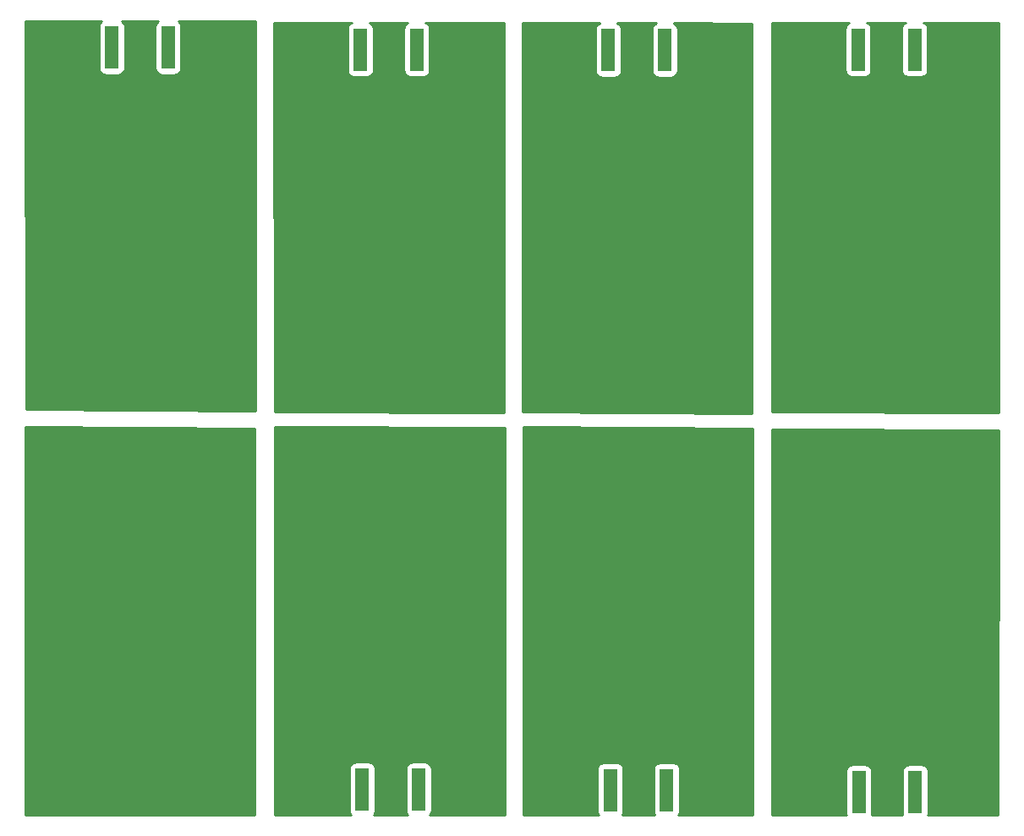
<source format=gbr>
%TF.GenerationSoftware,KiCad,Pcbnew,(5.1.8)-1*%
%TF.CreationDate,2020-12-04T16:42:46+03:00*%
%TF.ProjectId,Antenna,416e7465-6e6e-4612-9e6b-696361645f70,rev?*%
%TF.SameCoordinates,Original*%
%TF.FileFunction,Copper,L2,Bot*%
%TF.FilePolarity,Positive*%
%FSLAX46Y46*%
G04 Gerber Fmt 4.6, Leading zero omitted, Abs format (unit mm)*
G04 Created by KiCad (PCBNEW (5.1.8)-1) date 2020-12-04 16:42:46*
%MOMM*%
%LPD*%
G01*
G04 APERTURE LIST*
%TA.AperFunction,SMDPad,CuDef*%
%ADD10R,1.350000X4.200000*%
%TD*%
%TA.AperFunction,Conductor*%
%ADD11C,0.254000*%
%TD*%
%TA.AperFunction,Conductor*%
%ADD12C,0.100000*%
%TD*%
%TA.AperFunction,NonConductor*%
%ADD13C,0.254000*%
%TD*%
%TA.AperFunction,NonConductor*%
%ADD14C,0.100000*%
%TD*%
G04 APERTURE END LIST*
D10*
%TO.P,J101,2*%
%TO.N,N/C*%
X146081000Y-42227500D03*
X140431000Y-42227500D03*
%TD*%
%TO.P,J101,2*%
%TO.N,N/C*%
X220820500Y-42418000D03*
X215170500Y-42418000D03*
%TD*%
%TO.P,J101,2*%
%TO.N,N/C*%
X170973000Y-42418000D03*
X165323000Y-42418000D03*
%TD*%
%TO.P,J101,2*%
%TO.N,N/C*%
X190151500Y-42481500D03*
X195801500Y-42481500D03*
%TD*%
%TO.P,J101,2*%
%TO.N,N/C*%
X220884000Y-116776500D03*
X215234000Y-116776500D03*
%TD*%
%TO.P,J101,2*%
%TO.N,N/C*%
X195992000Y-116586000D03*
X190342000Y-116586000D03*
%TD*%
%TO.P,J101,2*%
%TO.N,N/C*%
X165513500Y-116522500D03*
X171163500Y-116522500D03*
%TD*%
%TO.P,J101,2*%
%TO.N,Earth*%
X146144500Y-116586000D03*
X140494500Y-116586000D03*
%TD*%
D11*
%TO.N,Earth*%
X154741948Y-80350708D02*
X154756968Y-119076000D01*
X131812500Y-119076000D01*
X131812500Y-80241033D01*
X154741948Y-80350708D01*
%TA.AperFunction,Conductor*%
D12*
G36*
X154741948Y-80350708D02*
G01*
X154756968Y-119076000D01*
X131812500Y-119076000D01*
X131812500Y-80241033D01*
X154741948Y-80350708D01*
G37*
%TD.AperFunction*%
%TD*%
D13*
X179760948Y-80287208D02*
X179775993Y-119076000D01*
X172286864Y-119076000D01*
X172289685Y-119073685D01*
X172369037Y-118976994D01*
X172428002Y-118866680D01*
X172464312Y-118746982D01*
X172476572Y-118622500D01*
X172476572Y-114422500D01*
X172464312Y-114298018D01*
X172428002Y-114178320D01*
X172369037Y-114068006D01*
X172289685Y-113971315D01*
X172192994Y-113891963D01*
X172082680Y-113832998D01*
X171962982Y-113796688D01*
X171838500Y-113784428D01*
X170488500Y-113784428D01*
X170364018Y-113796688D01*
X170244320Y-113832998D01*
X170134006Y-113891963D01*
X170037315Y-113971315D01*
X169957963Y-114068006D01*
X169898998Y-114178320D01*
X169862688Y-114298018D01*
X169850428Y-114422500D01*
X169850428Y-118622500D01*
X169862688Y-118746982D01*
X169898998Y-118866680D01*
X169957963Y-118976994D01*
X170037315Y-119073685D01*
X170040136Y-119076000D01*
X166636864Y-119076000D01*
X166639685Y-119073685D01*
X166719037Y-118976994D01*
X166778002Y-118866680D01*
X166814312Y-118746982D01*
X166826572Y-118622500D01*
X166826572Y-114422500D01*
X166814312Y-114298018D01*
X166778002Y-114178320D01*
X166719037Y-114068006D01*
X166639685Y-113971315D01*
X166542994Y-113891963D01*
X166432680Y-113832998D01*
X166312982Y-113796688D01*
X166188500Y-113784428D01*
X164838500Y-113784428D01*
X164714018Y-113796688D01*
X164594320Y-113832998D01*
X164484006Y-113891963D01*
X164387315Y-113971315D01*
X164307963Y-114068006D01*
X164248998Y-114178320D01*
X164212688Y-114298018D01*
X164200428Y-114422500D01*
X164200428Y-118622500D01*
X164212688Y-118746982D01*
X164248998Y-118866680D01*
X164307963Y-118976994D01*
X164387315Y-119073685D01*
X164390136Y-119076000D01*
X156780836Y-119076000D01*
X156782169Y-80177297D01*
X179760948Y-80287208D01*
%TA.AperFunction,NonConductor*%
D14*
G36*
X179760948Y-80287208D02*
G01*
X179775993Y-119076000D01*
X172286864Y-119076000D01*
X172289685Y-119073685D01*
X172369037Y-118976994D01*
X172428002Y-118866680D01*
X172464312Y-118746982D01*
X172476572Y-118622500D01*
X172476572Y-114422500D01*
X172464312Y-114298018D01*
X172428002Y-114178320D01*
X172369037Y-114068006D01*
X172289685Y-113971315D01*
X172192994Y-113891963D01*
X172082680Y-113832998D01*
X171962982Y-113796688D01*
X171838500Y-113784428D01*
X170488500Y-113784428D01*
X170364018Y-113796688D01*
X170244320Y-113832998D01*
X170134006Y-113891963D01*
X170037315Y-113971315D01*
X169957963Y-114068006D01*
X169898998Y-114178320D01*
X169862688Y-114298018D01*
X169850428Y-114422500D01*
X169850428Y-118622500D01*
X169862688Y-118746982D01*
X169898998Y-118866680D01*
X169957963Y-118976994D01*
X170037315Y-119073685D01*
X170040136Y-119076000D01*
X166636864Y-119076000D01*
X166639685Y-119073685D01*
X166719037Y-118976994D01*
X166778002Y-118866680D01*
X166814312Y-118746982D01*
X166826572Y-118622500D01*
X166826572Y-114422500D01*
X166814312Y-114298018D01*
X166778002Y-114178320D01*
X166719037Y-114068006D01*
X166639685Y-113971315D01*
X166542994Y-113891963D01*
X166432680Y-113832998D01*
X166312982Y-113796688D01*
X166188500Y-113784428D01*
X164838500Y-113784428D01*
X164714018Y-113796688D01*
X164594320Y-113832998D01*
X164484006Y-113891963D01*
X164387315Y-113971315D01*
X164307963Y-114068006D01*
X164248998Y-114178320D01*
X164212688Y-114298018D01*
X164200428Y-114422500D01*
X164200428Y-118622500D01*
X164212688Y-118746982D01*
X164248998Y-118866680D01*
X164307963Y-118976994D01*
X164387315Y-119073685D01*
X164390136Y-119076000D01*
X156780836Y-119076000D01*
X156782169Y-80177297D01*
X179760948Y-80287208D01*
G37*
%TD.AperFunction*%
D13*
X204589448Y-80350708D02*
X204604468Y-119076000D01*
X197168398Y-119076000D01*
X197197537Y-119040494D01*
X197256502Y-118930180D01*
X197292812Y-118810482D01*
X197305072Y-118686000D01*
X197305072Y-114486000D01*
X197292812Y-114361518D01*
X197256502Y-114241820D01*
X197197537Y-114131506D01*
X197118185Y-114034815D01*
X197021494Y-113955463D01*
X196911180Y-113896498D01*
X196791482Y-113860188D01*
X196667000Y-113847928D01*
X195317000Y-113847928D01*
X195192518Y-113860188D01*
X195072820Y-113896498D01*
X194962506Y-113955463D01*
X194865815Y-114034815D01*
X194786463Y-114131506D01*
X194727498Y-114241820D01*
X194691188Y-114361518D01*
X194678928Y-114486000D01*
X194678928Y-118686000D01*
X194691188Y-118810482D01*
X194727498Y-118930180D01*
X194786463Y-119040494D01*
X194815602Y-119076000D01*
X191518398Y-119076000D01*
X191547537Y-119040494D01*
X191606502Y-118930180D01*
X191642812Y-118810482D01*
X191655072Y-118686000D01*
X191655072Y-114486000D01*
X191642812Y-114361518D01*
X191606502Y-114241820D01*
X191547537Y-114131506D01*
X191468185Y-114034815D01*
X191371494Y-113955463D01*
X191261180Y-113896498D01*
X191141482Y-113860188D01*
X191017000Y-113847928D01*
X189667000Y-113847928D01*
X189542518Y-113860188D01*
X189422820Y-113896498D01*
X189312506Y-113955463D01*
X189215815Y-114034815D01*
X189136463Y-114131506D01*
X189077498Y-114241820D01*
X189041188Y-114361518D01*
X189028928Y-114486000D01*
X189028928Y-118686000D01*
X189041188Y-118810482D01*
X189077498Y-118930180D01*
X189136463Y-119040494D01*
X189165602Y-119076000D01*
X181609338Y-119076000D01*
X181610669Y-80240797D01*
X204589448Y-80350708D01*
%TA.AperFunction,NonConductor*%
D14*
G36*
X204589448Y-80350708D02*
G01*
X204604468Y-119076000D01*
X197168398Y-119076000D01*
X197197537Y-119040494D01*
X197256502Y-118930180D01*
X197292812Y-118810482D01*
X197305072Y-118686000D01*
X197305072Y-114486000D01*
X197292812Y-114361518D01*
X197256502Y-114241820D01*
X197197537Y-114131506D01*
X197118185Y-114034815D01*
X197021494Y-113955463D01*
X196911180Y-113896498D01*
X196791482Y-113860188D01*
X196667000Y-113847928D01*
X195317000Y-113847928D01*
X195192518Y-113860188D01*
X195072820Y-113896498D01*
X194962506Y-113955463D01*
X194865815Y-114034815D01*
X194786463Y-114131506D01*
X194727498Y-114241820D01*
X194691188Y-114361518D01*
X194678928Y-114486000D01*
X194678928Y-118686000D01*
X194691188Y-118810482D01*
X194727498Y-118930180D01*
X194786463Y-119040494D01*
X194815602Y-119076000D01*
X191518398Y-119076000D01*
X191547537Y-119040494D01*
X191606502Y-118930180D01*
X191642812Y-118810482D01*
X191655072Y-118686000D01*
X191655072Y-114486000D01*
X191642812Y-114361518D01*
X191606502Y-114241820D01*
X191547537Y-114131506D01*
X191468185Y-114034815D01*
X191371494Y-113955463D01*
X191261180Y-113896498D01*
X191141482Y-113860188D01*
X191017000Y-113847928D01*
X189667000Y-113847928D01*
X189542518Y-113860188D01*
X189422820Y-113896498D01*
X189312506Y-113955463D01*
X189215815Y-114034815D01*
X189136463Y-114131506D01*
X189077498Y-114241820D01*
X189041188Y-114361518D01*
X189028928Y-114486000D01*
X189028928Y-118686000D01*
X189041188Y-118810482D01*
X189077498Y-118930180D01*
X189136463Y-119040494D01*
X189165602Y-119076000D01*
X181609338Y-119076000D01*
X181610669Y-80240797D01*
X204589448Y-80350708D01*
G37*
%TD.AperFunction*%
D13*
X229215762Y-80539937D02*
X229185537Y-119076000D01*
X222162056Y-119076000D01*
X222184812Y-119000982D01*
X222197072Y-118876500D01*
X222197072Y-114676500D01*
X222184812Y-114552018D01*
X222148502Y-114432320D01*
X222089537Y-114322006D01*
X222010185Y-114225315D01*
X221913494Y-114145963D01*
X221803180Y-114086998D01*
X221683482Y-114050688D01*
X221559000Y-114038428D01*
X220209000Y-114038428D01*
X220084518Y-114050688D01*
X219964820Y-114086998D01*
X219854506Y-114145963D01*
X219757815Y-114225315D01*
X219678463Y-114322006D01*
X219619498Y-114432320D01*
X219583188Y-114552018D01*
X219570928Y-114676500D01*
X219570928Y-118876500D01*
X219583188Y-119000982D01*
X219605944Y-119076000D01*
X216512056Y-119076000D01*
X216534812Y-119000982D01*
X216547072Y-118876500D01*
X216547072Y-114676500D01*
X216534812Y-114552018D01*
X216498502Y-114432320D01*
X216439537Y-114322006D01*
X216360185Y-114225315D01*
X216263494Y-114145963D01*
X216153180Y-114086998D01*
X216033482Y-114050688D01*
X215909000Y-114038428D01*
X214559000Y-114038428D01*
X214434518Y-114050688D01*
X214314820Y-114086998D01*
X214204506Y-114145963D01*
X214107815Y-114225315D01*
X214028463Y-114322006D01*
X213969498Y-114432320D01*
X213933188Y-114552018D01*
X213920928Y-114676500D01*
X213920928Y-118876500D01*
X213933188Y-119000982D01*
X213955944Y-119076000D01*
X206501344Y-119076000D01*
X206502669Y-80431297D01*
X229215762Y-80539937D01*
%TA.AperFunction,NonConductor*%
D14*
G36*
X229215762Y-80539937D02*
G01*
X229185537Y-119076000D01*
X222162056Y-119076000D01*
X222184812Y-119000982D01*
X222197072Y-118876500D01*
X222197072Y-114676500D01*
X222184812Y-114552018D01*
X222148502Y-114432320D01*
X222089537Y-114322006D01*
X222010185Y-114225315D01*
X221913494Y-114145963D01*
X221803180Y-114086998D01*
X221683482Y-114050688D01*
X221559000Y-114038428D01*
X220209000Y-114038428D01*
X220084518Y-114050688D01*
X219964820Y-114086998D01*
X219854506Y-114145963D01*
X219757815Y-114225315D01*
X219678463Y-114322006D01*
X219619498Y-114432320D01*
X219583188Y-114552018D01*
X219570928Y-114676500D01*
X219570928Y-118876500D01*
X219583188Y-119000982D01*
X219605944Y-119076000D01*
X216512056Y-119076000D01*
X216534812Y-119000982D01*
X216547072Y-118876500D01*
X216547072Y-114676500D01*
X216534812Y-114552018D01*
X216498502Y-114432320D01*
X216439537Y-114322006D01*
X216360185Y-114225315D01*
X216263494Y-114145963D01*
X216153180Y-114086998D01*
X216033482Y-114050688D01*
X215909000Y-114038428D01*
X214559000Y-114038428D01*
X214434518Y-114050688D01*
X214314820Y-114086998D01*
X214204506Y-114145963D01*
X214107815Y-114225315D01*
X214028463Y-114322006D01*
X213969498Y-114432320D01*
X213933188Y-114552018D01*
X213920928Y-114676500D01*
X213920928Y-118876500D01*
X213933188Y-119000982D01*
X213955944Y-119076000D01*
X206501344Y-119076000D01*
X206502669Y-80431297D01*
X229215762Y-80539937D01*
G37*
%TD.AperFunction*%
D13*
X189271283Y-39780179D02*
X189232320Y-39791998D01*
X189122006Y-39850963D01*
X189025315Y-39930315D01*
X188945963Y-40027006D01*
X188886998Y-40137320D01*
X188850688Y-40257018D01*
X188838428Y-40381500D01*
X188838428Y-44581500D01*
X188850688Y-44705982D01*
X188886998Y-44825680D01*
X188945963Y-44935994D01*
X189025315Y-45032685D01*
X189122006Y-45112037D01*
X189232320Y-45171002D01*
X189352018Y-45207312D01*
X189476500Y-45219572D01*
X190826500Y-45219572D01*
X190950982Y-45207312D01*
X191070680Y-45171002D01*
X191180994Y-45112037D01*
X191277685Y-45032685D01*
X191357037Y-44935994D01*
X191416002Y-44825680D01*
X191452312Y-44705982D01*
X191464572Y-44581500D01*
X191464572Y-40381500D01*
X191452312Y-40257018D01*
X191416002Y-40137320D01*
X191357037Y-40027006D01*
X191277685Y-39930315D01*
X191180994Y-39850963D01*
X191070680Y-39791998D01*
X191035688Y-39781383D01*
X194908595Y-39784028D01*
X194882320Y-39791998D01*
X194772006Y-39850963D01*
X194675315Y-39930315D01*
X194595963Y-40027006D01*
X194536998Y-40137320D01*
X194500688Y-40257018D01*
X194488428Y-40381500D01*
X194488428Y-44581500D01*
X194500688Y-44705982D01*
X194536998Y-44825680D01*
X194595963Y-44935994D01*
X194675315Y-45032685D01*
X194772006Y-45112037D01*
X194882320Y-45171002D01*
X195002018Y-45207312D01*
X195126500Y-45219572D01*
X196476500Y-45219572D01*
X196600982Y-45207312D01*
X196720680Y-45171002D01*
X196830994Y-45112037D01*
X196927685Y-45032685D01*
X197007037Y-44935994D01*
X197066002Y-44825680D01*
X197102312Y-44705982D01*
X197114572Y-44581500D01*
X197114572Y-40381500D01*
X197102312Y-40257018D01*
X197066002Y-40137320D01*
X197007037Y-40027006D01*
X196927685Y-39930315D01*
X196830994Y-39850963D01*
X196720680Y-39791998D01*
X196698434Y-39785250D01*
X204534169Y-39790600D01*
X204532831Y-78826703D01*
X181554052Y-78716792D01*
X181538948Y-39774899D01*
X189271283Y-39780179D01*
%TA.AperFunction,NonConductor*%
D14*
G36*
X189271283Y-39780179D02*
G01*
X189232320Y-39791998D01*
X189122006Y-39850963D01*
X189025315Y-39930315D01*
X188945963Y-40027006D01*
X188886998Y-40137320D01*
X188850688Y-40257018D01*
X188838428Y-40381500D01*
X188838428Y-44581500D01*
X188850688Y-44705982D01*
X188886998Y-44825680D01*
X188945963Y-44935994D01*
X189025315Y-45032685D01*
X189122006Y-45112037D01*
X189232320Y-45171002D01*
X189352018Y-45207312D01*
X189476500Y-45219572D01*
X190826500Y-45219572D01*
X190950982Y-45207312D01*
X191070680Y-45171002D01*
X191180994Y-45112037D01*
X191277685Y-45032685D01*
X191357037Y-44935994D01*
X191416002Y-44825680D01*
X191452312Y-44705982D01*
X191464572Y-44581500D01*
X191464572Y-40381500D01*
X191452312Y-40257018D01*
X191416002Y-40137320D01*
X191357037Y-40027006D01*
X191277685Y-39930315D01*
X191180994Y-39850963D01*
X191070680Y-39791998D01*
X191035688Y-39781383D01*
X194908595Y-39784028D01*
X194882320Y-39791998D01*
X194772006Y-39850963D01*
X194675315Y-39930315D01*
X194595963Y-40027006D01*
X194536998Y-40137320D01*
X194500688Y-40257018D01*
X194488428Y-40381500D01*
X194488428Y-44581500D01*
X194500688Y-44705982D01*
X194536998Y-44825680D01*
X194595963Y-44935994D01*
X194675315Y-45032685D01*
X194772006Y-45112037D01*
X194882320Y-45171002D01*
X195002018Y-45207312D01*
X195126500Y-45219572D01*
X196476500Y-45219572D01*
X196600982Y-45207312D01*
X196720680Y-45171002D01*
X196830994Y-45112037D01*
X196927685Y-45032685D01*
X197007037Y-44935994D01*
X197066002Y-44825680D01*
X197102312Y-44705982D01*
X197114572Y-44581500D01*
X197114572Y-40381500D01*
X197102312Y-40257018D01*
X197066002Y-40137320D01*
X197007037Y-40027006D01*
X196927685Y-39930315D01*
X196830994Y-39850963D01*
X196720680Y-39791998D01*
X196698434Y-39785250D01*
X204534169Y-39790600D01*
X204532831Y-78826703D01*
X181554052Y-78716792D01*
X181538948Y-39774899D01*
X189271283Y-39780179D01*
G37*
%TD.AperFunction*%
D13*
X214290283Y-39716679D02*
X214251320Y-39728498D01*
X214141006Y-39787463D01*
X214044315Y-39866815D01*
X213964963Y-39963506D01*
X213905998Y-40073820D01*
X213869688Y-40193518D01*
X213857428Y-40318000D01*
X213857428Y-44518000D01*
X213869688Y-44642482D01*
X213905998Y-44762180D01*
X213964963Y-44872494D01*
X214044315Y-44969185D01*
X214141006Y-45048537D01*
X214251320Y-45107502D01*
X214371018Y-45143812D01*
X214495500Y-45156072D01*
X215845500Y-45156072D01*
X215969982Y-45143812D01*
X216089680Y-45107502D01*
X216199994Y-45048537D01*
X216296685Y-44969185D01*
X216376037Y-44872494D01*
X216435002Y-44762180D01*
X216471312Y-44642482D01*
X216483572Y-44518000D01*
X216483572Y-40318000D01*
X216471312Y-40193518D01*
X216435002Y-40073820D01*
X216376037Y-39963506D01*
X216296685Y-39866815D01*
X216199994Y-39787463D01*
X216089680Y-39728498D01*
X216054688Y-39717883D01*
X219927595Y-39720528D01*
X219901320Y-39728498D01*
X219791006Y-39787463D01*
X219694315Y-39866815D01*
X219614963Y-39963506D01*
X219555998Y-40073820D01*
X219519688Y-40193518D01*
X219507428Y-40318000D01*
X219507428Y-44518000D01*
X219519688Y-44642482D01*
X219555998Y-44762180D01*
X219614963Y-44872494D01*
X219694315Y-44969185D01*
X219791006Y-45048537D01*
X219901320Y-45107502D01*
X220021018Y-45143812D01*
X220145500Y-45156072D01*
X221495500Y-45156072D01*
X221619982Y-45143812D01*
X221739680Y-45107502D01*
X221849994Y-45048537D01*
X221946685Y-44969185D01*
X222026037Y-44872494D01*
X222085002Y-44762180D01*
X222121312Y-44642482D01*
X222133572Y-44518000D01*
X222133572Y-40318000D01*
X222121312Y-40193518D01*
X222085002Y-40073820D01*
X222026037Y-39963506D01*
X221946685Y-39866815D01*
X221849994Y-39787463D01*
X221739680Y-39728498D01*
X221717434Y-39721750D01*
X229247772Y-39726891D01*
X229217156Y-78761602D01*
X206573052Y-78653292D01*
X206557948Y-39711399D01*
X214290283Y-39716679D01*
%TA.AperFunction,NonConductor*%
D14*
G36*
X214290283Y-39716679D02*
G01*
X214251320Y-39728498D01*
X214141006Y-39787463D01*
X214044315Y-39866815D01*
X213964963Y-39963506D01*
X213905998Y-40073820D01*
X213869688Y-40193518D01*
X213857428Y-40318000D01*
X213857428Y-44518000D01*
X213869688Y-44642482D01*
X213905998Y-44762180D01*
X213964963Y-44872494D01*
X214044315Y-44969185D01*
X214141006Y-45048537D01*
X214251320Y-45107502D01*
X214371018Y-45143812D01*
X214495500Y-45156072D01*
X215845500Y-45156072D01*
X215969982Y-45143812D01*
X216089680Y-45107502D01*
X216199994Y-45048537D01*
X216296685Y-44969185D01*
X216376037Y-44872494D01*
X216435002Y-44762180D01*
X216471312Y-44642482D01*
X216483572Y-44518000D01*
X216483572Y-40318000D01*
X216471312Y-40193518D01*
X216435002Y-40073820D01*
X216376037Y-39963506D01*
X216296685Y-39866815D01*
X216199994Y-39787463D01*
X216089680Y-39728498D01*
X216054688Y-39717883D01*
X219927595Y-39720528D01*
X219901320Y-39728498D01*
X219791006Y-39787463D01*
X219694315Y-39866815D01*
X219614963Y-39963506D01*
X219555998Y-40073820D01*
X219519688Y-40193518D01*
X219507428Y-40318000D01*
X219507428Y-44518000D01*
X219519688Y-44642482D01*
X219555998Y-44762180D01*
X219614963Y-44872494D01*
X219694315Y-44969185D01*
X219791006Y-45048537D01*
X219901320Y-45107502D01*
X220021018Y-45143812D01*
X220145500Y-45156072D01*
X221495500Y-45156072D01*
X221619982Y-45143812D01*
X221739680Y-45107502D01*
X221849994Y-45048537D01*
X221946685Y-44969185D01*
X222026037Y-44872494D01*
X222085002Y-44762180D01*
X222121312Y-44642482D01*
X222133572Y-44518000D01*
X222133572Y-40318000D01*
X222121312Y-40193518D01*
X222085002Y-40073820D01*
X222026037Y-39963506D01*
X221946685Y-39866815D01*
X221849994Y-39787463D01*
X221739680Y-39728498D01*
X221717434Y-39721750D01*
X229247772Y-39726891D01*
X229217156Y-78761602D01*
X206573052Y-78653292D01*
X206557948Y-39711399D01*
X214290283Y-39716679D01*
G37*
%TD.AperFunction*%
D13*
X154812331Y-78572703D02*
X131833552Y-78462792D01*
X131818482Y-39609611D01*
X139397964Y-39599870D01*
X139304815Y-39676315D01*
X139225463Y-39773006D01*
X139166498Y-39883320D01*
X139130188Y-40003018D01*
X139117928Y-40127500D01*
X139117928Y-44327500D01*
X139130188Y-44451982D01*
X139166498Y-44571680D01*
X139225463Y-44681994D01*
X139304815Y-44778685D01*
X139401506Y-44858037D01*
X139511820Y-44917002D01*
X139631518Y-44953312D01*
X139756000Y-44965572D01*
X141106000Y-44965572D01*
X141230482Y-44953312D01*
X141350180Y-44917002D01*
X141460494Y-44858037D01*
X141557185Y-44778685D01*
X141636537Y-44681994D01*
X141695502Y-44571680D01*
X141731812Y-44451982D01*
X141744072Y-44327500D01*
X141744072Y-40127500D01*
X141731812Y-40003018D01*
X141695502Y-39883320D01*
X141636537Y-39773006D01*
X141557185Y-39676315D01*
X141460805Y-39597218D01*
X145059683Y-39592592D01*
X145051506Y-39596963D01*
X144954815Y-39676315D01*
X144875463Y-39773006D01*
X144816498Y-39883320D01*
X144780188Y-40003018D01*
X144767928Y-40127500D01*
X144767928Y-44327500D01*
X144780188Y-44451982D01*
X144816498Y-44571680D01*
X144875463Y-44681994D01*
X144954815Y-44778685D01*
X145051506Y-44858037D01*
X145161820Y-44917002D01*
X145281518Y-44953312D01*
X145406000Y-44965572D01*
X146756000Y-44965572D01*
X146880482Y-44953312D01*
X147000180Y-44917002D01*
X147110494Y-44858037D01*
X147207185Y-44778685D01*
X147286537Y-44681994D01*
X147345502Y-44571680D01*
X147381812Y-44451982D01*
X147394072Y-44327500D01*
X147394072Y-40127500D01*
X147381812Y-40003018D01*
X147345502Y-39883320D01*
X147286537Y-39773006D01*
X147207185Y-39676315D01*
X147110494Y-39596963D01*
X147097417Y-39589973D01*
X154813668Y-39580055D01*
X154812331Y-78572703D01*
%TA.AperFunction,NonConductor*%
D14*
G36*
X154812331Y-78572703D02*
G01*
X131833552Y-78462792D01*
X131818482Y-39609611D01*
X139397964Y-39599870D01*
X139304815Y-39676315D01*
X139225463Y-39773006D01*
X139166498Y-39883320D01*
X139130188Y-40003018D01*
X139117928Y-40127500D01*
X139117928Y-44327500D01*
X139130188Y-44451982D01*
X139166498Y-44571680D01*
X139225463Y-44681994D01*
X139304815Y-44778685D01*
X139401506Y-44858037D01*
X139511820Y-44917002D01*
X139631518Y-44953312D01*
X139756000Y-44965572D01*
X141106000Y-44965572D01*
X141230482Y-44953312D01*
X141350180Y-44917002D01*
X141460494Y-44858037D01*
X141557185Y-44778685D01*
X141636537Y-44681994D01*
X141695502Y-44571680D01*
X141731812Y-44451982D01*
X141744072Y-44327500D01*
X141744072Y-40127500D01*
X141731812Y-40003018D01*
X141695502Y-39883320D01*
X141636537Y-39773006D01*
X141557185Y-39676315D01*
X141460805Y-39597218D01*
X145059683Y-39592592D01*
X145051506Y-39596963D01*
X144954815Y-39676315D01*
X144875463Y-39773006D01*
X144816498Y-39883320D01*
X144780188Y-40003018D01*
X144767928Y-40127500D01*
X144767928Y-44327500D01*
X144780188Y-44451982D01*
X144816498Y-44571680D01*
X144875463Y-44681994D01*
X144954815Y-44778685D01*
X145051506Y-44858037D01*
X145161820Y-44917002D01*
X145281518Y-44953312D01*
X145406000Y-44965572D01*
X146756000Y-44965572D01*
X146880482Y-44953312D01*
X147000180Y-44917002D01*
X147110494Y-44858037D01*
X147207185Y-44778685D01*
X147286537Y-44681994D01*
X147345502Y-44571680D01*
X147381812Y-44451982D01*
X147394072Y-44327500D01*
X147394072Y-40127500D01*
X147381812Y-40003018D01*
X147345502Y-39883320D01*
X147286537Y-39773006D01*
X147207185Y-39676315D01*
X147110494Y-39596963D01*
X147097417Y-39589973D01*
X154813668Y-39580055D01*
X154812331Y-78572703D01*
G37*
%TD.AperFunction*%
D13*
X164442783Y-39716679D02*
X164403820Y-39728498D01*
X164293506Y-39787463D01*
X164196815Y-39866815D01*
X164117463Y-39963506D01*
X164058498Y-40073820D01*
X164022188Y-40193518D01*
X164009928Y-40318000D01*
X164009928Y-44518000D01*
X164022188Y-44642482D01*
X164058498Y-44762180D01*
X164117463Y-44872494D01*
X164196815Y-44969185D01*
X164293506Y-45048537D01*
X164403820Y-45107502D01*
X164523518Y-45143812D01*
X164648000Y-45156072D01*
X165998000Y-45156072D01*
X166122482Y-45143812D01*
X166242180Y-45107502D01*
X166352494Y-45048537D01*
X166449185Y-44969185D01*
X166528537Y-44872494D01*
X166587502Y-44762180D01*
X166623812Y-44642482D01*
X166636072Y-44518000D01*
X166636072Y-40318000D01*
X166623812Y-40193518D01*
X166587502Y-40073820D01*
X166528537Y-39963506D01*
X166449185Y-39866815D01*
X166352494Y-39787463D01*
X166242180Y-39728498D01*
X166207188Y-39717883D01*
X170080095Y-39720528D01*
X170053820Y-39728498D01*
X169943506Y-39787463D01*
X169846815Y-39866815D01*
X169767463Y-39963506D01*
X169708498Y-40073820D01*
X169672188Y-40193518D01*
X169659928Y-40318000D01*
X169659928Y-44518000D01*
X169672188Y-44642482D01*
X169708498Y-44762180D01*
X169767463Y-44872494D01*
X169846815Y-44969185D01*
X169943506Y-45048537D01*
X170053820Y-45107502D01*
X170173518Y-45143812D01*
X170298000Y-45156072D01*
X171648000Y-45156072D01*
X171772482Y-45143812D01*
X171892180Y-45107502D01*
X172002494Y-45048537D01*
X172099185Y-44969185D01*
X172178537Y-44872494D01*
X172237502Y-44762180D01*
X172273812Y-44642482D01*
X172286072Y-44518000D01*
X172286072Y-40318000D01*
X172273812Y-40193518D01*
X172237502Y-40073820D01*
X172178537Y-39963506D01*
X172099185Y-39866815D01*
X172002494Y-39787463D01*
X171892180Y-39728498D01*
X171869934Y-39721750D01*
X179705669Y-39727100D01*
X179704331Y-78763203D01*
X156725552Y-78653292D01*
X156710448Y-39711399D01*
X164442783Y-39716679D01*
%TA.AperFunction,NonConductor*%
D14*
G36*
X164442783Y-39716679D02*
G01*
X164403820Y-39728498D01*
X164293506Y-39787463D01*
X164196815Y-39866815D01*
X164117463Y-39963506D01*
X164058498Y-40073820D01*
X164022188Y-40193518D01*
X164009928Y-40318000D01*
X164009928Y-44518000D01*
X164022188Y-44642482D01*
X164058498Y-44762180D01*
X164117463Y-44872494D01*
X164196815Y-44969185D01*
X164293506Y-45048537D01*
X164403820Y-45107502D01*
X164523518Y-45143812D01*
X164648000Y-45156072D01*
X165998000Y-45156072D01*
X166122482Y-45143812D01*
X166242180Y-45107502D01*
X166352494Y-45048537D01*
X166449185Y-44969185D01*
X166528537Y-44872494D01*
X166587502Y-44762180D01*
X166623812Y-44642482D01*
X166636072Y-44518000D01*
X166636072Y-40318000D01*
X166623812Y-40193518D01*
X166587502Y-40073820D01*
X166528537Y-39963506D01*
X166449185Y-39866815D01*
X166352494Y-39787463D01*
X166242180Y-39728498D01*
X166207188Y-39717883D01*
X170080095Y-39720528D01*
X170053820Y-39728498D01*
X169943506Y-39787463D01*
X169846815Y-39866815D01*
X169767463Y-39963506D01*
X169708498Y-40073820D01*
X169672188Y-40193518D01*
X169659928Y-40318000D01*
X169659928Y-44518000D01*
X169672188Y-44642482D01*
X169708498Y-44762180D01*
X169767463Y-44872494D01*
X169846815Y-44969185D01*
X169943506Y-45048537D01*
X170053820Y-45107502D01*
X170173518Y-45143812D01*
X170298000Y-45156072D01*
X171648000Y-45156072D01*
X171772482Y-45143812D01*
X171892180Y-45107502D01*
X172002494Y-45048537D01*
X172099185Y-44969185D01*
X172178537Y-44872494D01*
X172237502Y-44762180D01*
X172273812Y-44642482D01*
X172286072Y-44518000D01*
X172286072Y-40318000D01*
X172273812Y-40193518D01*
X172237502Y-40073820D01*
X172178537Y-39963506D01*
X172099185Y-39866815D01*
X172002494Y-39787463D01*
X171892180Y-39728498D01*
X171869934Y-39721750D01*
X179705669Y-39727100D01*
X179704331Y-78763203D01*
X156725552Y-78653292D01*
X156710448Y-39711399D01*
X164442783Y-39716679D01*
G37*
%TD.AperFunction*%
M02*

</source>
